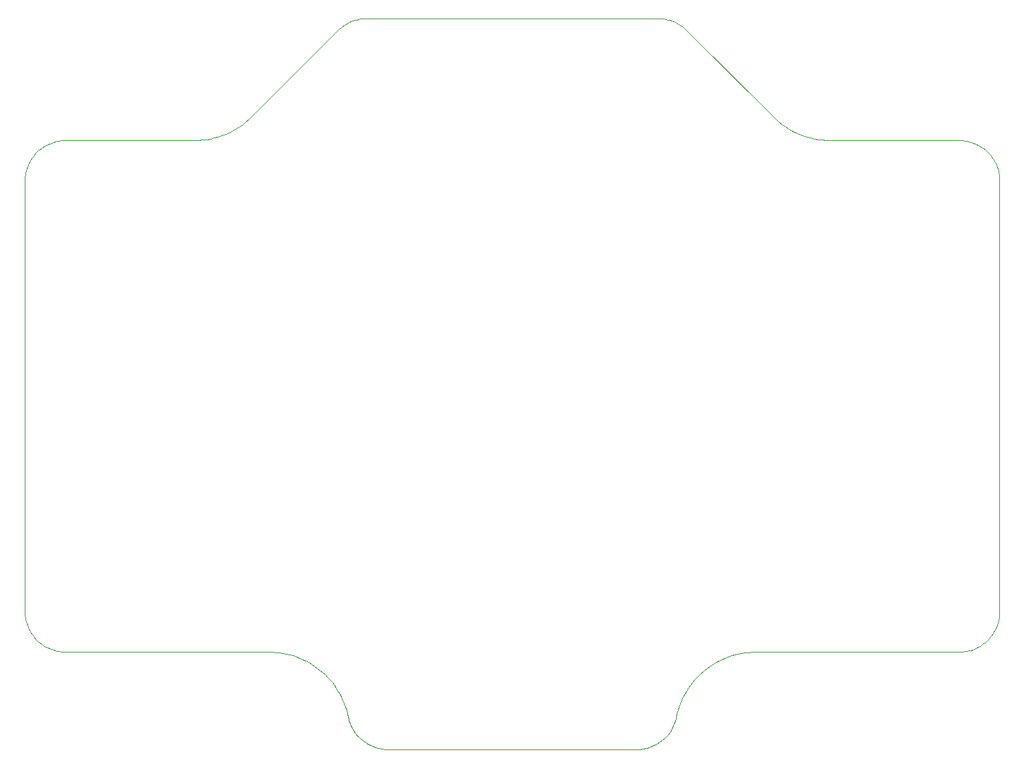
<source format=gbr>
%TF.GenerationSoftware,KiCad,Pcbnew,7.0.5*%
%TF.CreationDate,2024-08-20T20:41:47+02:00*%
%TF.ProjectId,game,67616d65-2e6b-4696-9361-645f70636258,rev?*%
%TF.SameCoordinates,Original*%
%TF.FileFunction,Profile,NP*%
%FSLAX46Y46*%
G04 Gerber Fmt 4.6, Leading zero omitted, Abs format (unit mm)*
G04 Created by KiCad (PCBNEW 7.0.5) date 2024-08-20 20:41:47*
%MOMM*%
%LPD*%
G01*
G04 APERTURE LIST*
%TA.AperFunction,Profile*%
%ADD10C,0.100000*%
%TD*%
G04 APERTURE END LIST*
D10*
X105299596Y-129519479D02*
X104937794Y-129303638D01*
X186454179Y-127783884D02*
X186685871Y-127707226D01*
X108948050Y-133532820D02*
X108748807Y-133154167D01*
X186685871Y-127707226D02*
X186913421Y-127619409D01*
X150152926Y-136216313D02*
X150202045Y-136000020D01*
X71298920Y-66638118D02*
X71141767Y-66819540D01*
X148667285Y-50054848D02*
X148423125Y-50024520D01*
X185738352Y-127945213D02*
X185980010Y-127903048D01*
X73280827Y-127696601D02*
X73513147Y-127775210D01*
X109298996Y-134319512D02*
X109131598Y-133921393D01*
X147202228Y-139625835D02*
X147396417Y-139541166D01*
X148176872Y-50006198D02*
X147928936Y-50000053D01*
X114475199Y-139995134D02*
X114696945Y-140000001D01*
X189410972Y-125354461D02*
X189520596Y-125136424D01*
X97195444Y-62735411D02*
X97569608Y-62413067D01*
X70392930Y-124946231D02*
X70493059Y-125167711D01*
X73053769Y-127607074D02*
X73280827Y-127696601D01*
X91353741Y-64987731D02*
X91846245Y-64951093D01*
X70157422Y-124249589D02*
X70224798Y-124486856D01*
X111332719Y-50054832D02*
X111091061Y-50097001D01*
X160000004Y-128000008D02*
X159556509Y-128009743D01*
X70493063Y-67832294D02*
X70392933Y-68053775D01*
X70853931Y-67204455D02*
X70723876Y-67407320D01*
X72008430Y-65993331D02*
X71819546Y-66141764D01*
X189942391Y-69238549D02*
X189898420Y-68992325D01*
X109797966Y-136000020D02*
X109847085Y-136216312D01*
X70723869Y-125592683D02*
X70853923Y-125795548D01*
X70157419Y-68750421D02*
X70101587Y-68992325D01*
X73280841Y-65303412D02*
X73053784Y-65392937D01*
X110385201Y-50292832D02*
X110157651Y-50380652D01*
X74488772Y-127974190D02*
X74742693Y-127993500D01*
X148779534Y-138593732D02*
X149069627Y-138288672D01*
X187991591Y-65993331D02*
X187795560Y-65853931D01*
X72407314Y-127276131D02*
X72616699Y-127396525D01*
X162804563Y-62735390D02*
X163192750Y-63037799D01*
X185511239Y-65025830D02*
X185257318Y-65006521D01*
X94229600Y-64414477D02*
X94684700Y-64238845D01*
X151694946Y-132428090D02*
X151465681Y-132785789D01*
X109716616Y-50589085D02*
X109503950Y-50709360D01*
X105651627Y-129750076D02*
X105299596Y-129519479D01*
X109699728Y-135567433D02*
X109583516Y-135142904D01*
X149842355Y-50380652D02*
X149614805Y-50292835D01*
X90857811Y-64998817D02*
X75000015Y-64998817D01*
X73513162Y-65224804D02*
X73280841Y-65303412D01*
X101317129Y-128086523D02*
X100882693Y-128038716D01*
X70303406Y-68280832D02*
X70224796Y-68513153D01*
X150300283Y-135567416D02*
X150202045Y-136000003D01*
X188858251Y-66819540D02*
X188701100Y-66638118D01*
X70224798Y-124486856D02*
X70303405Y-124719175D01*
X74742693Y-127993500D02*
X74999992Y-128000008D01*
X96807258Y-63037815D02*
X97195444Y-62735411D01*
X69999916Y-69999451D02*
X69999916Y-123000782D01*
X167665444Y-64890456D02*
X168153765Y-64951113D01*
X186218756Y-127849215D02*
X186454179Y-127783884D01*
X106644544Y-130526688D02*
X106324557Y-130254053D01*
X71298909Y-126361885D02*
X71464465Y-126535532D01*
X187974701Y-127018892D02*
X188168794Y-126867691D01*
X72616713Y-65603484D02*
X72407328Y-65723877D01*
X151097726Y-51132362D02*
X150903633Y-50981162D01*
X108305060Y-132428107D02*
X108061468Y-132081444D01*
X189783879Y-124454183D02*
X189849210Y-124218759D01*
X70993333Y-67008424D02*
X70853931Y-67204455D01*
X149952561Y-136840273D02*
X150027957Y-136636626D01*
X111823132Y-50006173D02*
X111576880Y-50024499D01*
X169142194Y-64998817D02*
X184999995Y-64998817D01*
X112797787Y-139625825D02*
X112995949Y-139702371D01*
X109096373Y-50981178D02*
X108902280Y-51132382D01*
X189018884Y-125974707D02*
X189159946Y-125774013D01*
X70006507Y-69742700D02*
X70000000Y-70000000D01*
X150283390Y-50589079D02*
X150065353Y-50479456D01*
X73750431Y-65157427D02*
X73513162Y-65224804D01*
X112047152Y-139240275D02*
X112228053Y-139348195D01*
X189396533Y-67616704D02*
X189276139Y-67407320D01*
X150868410Y-133921376D02*
X150701013Y-134319496D01*
X110930388Y-138288660D02*
X111072308Y-138444321D01*
X189975538Y-123494194D02*
X189993860Y-123247941D01*
X108715199Y-51293556D02*
X108535537Y-51464531D01*
X108748807Y-133154167D02*
X108534325Y-132785805D01*
X146802158Y-139770617D02*
X147004066Y-139702380D01*
X185980010Y-127903048D02*
X186218756Y-127849215D01*
X189006685Y-67008424D02*
X188858251Y-66819540D01*
X109972055Y-136636622D02*
X110047451Y-136840268D01*
X95566770Y-63821989D02*
X95992102Y-63581443D01*
X151251200Y-133154151D02*
X151051957Y-133532804D01*
X102587337Y-128339324D02*
X102169906Y-128237199D01*
X102169906Y-128237199D02*
X101746352Y-128152808D01*
X92817880Y-64806113D02*
X93295370Y-64698450D01*
X104566679Y-129102926D02*
X104186704Y-128917715D01*
X151938538Y-132081428D02*
X151694946Y-132428090D01*
X109934652Y-50479459D02*
X109716616Y-50589085D01*
X189993860Y-123247941D02*
X190000005Y-123000006D01*
X156598003Y-128595269D02*
X156201679Y-128748361D01*
X72832303Y-65493066D02*
X72616713Y-65603484D01*
X189696605Y-68280832D02*
X189607080Y-68053775D01*
X162071073Y-62071091D02*
X162430398Y-62413041D01*
X109583516Y-135142904D02*
X109449787Y-134726807D01*
X149677468Y-137422946D02*
X149777089Y-137233619D01*
X150701013Y-134319496D02*
X150550222Y-134726791D01*
X152196002Y-131746172D02*
X151938538Y-132081428D01*
X149868863Y-137039333D02*
X149952561Y-136840273D01*
X150065353Y-50479456D02*
X149842355Y-50380652D01*
X149614805Y-50292835D02*
X149383113Y-50216177D01*
X91846245Y-64951093D02*
X92334565Y-64890440D01*
X185257318Y-65006521D02*
X185000019Y-65000015D01*
X109503950Y-50709360D02*
X109297066Y-50840114D01*
X108534325Y-132785805D02*
X108305060Y-132428107D01*
X147396417Y-139541166D02*
X147586404Y-139448562D01*
X151051957Y-133532804D02*
X150868410Y-133921376D01*
X155433327Y-129102910D02*
X155062211Y-129303622D01*
X73992319Y-127898420D02*
X74238542Y-127942392D01*
X145961628Y-139956756D02*
X146176239Y-139923614D01*
X164869312Y-64041233D02*
X165315309Y-64238845D01*
X187167721Y-65493066D02*
X186946240Y-65392937D01*
X186007692Y-65101597D02*
X185761468Y-65057626D01*
X71141767Y-66819540D02*
X70993333Y-67008424D01*
X111576880Y-50024499D02*
X111332719Y-50054832D01*
X167182129Y-64806125D02*
X167665444Y-64890456D01*
X188535539Y-126535546D02*
X188706511Y-126355884D01*
X186946240Y-65392937D02*
X186719183Y-65303412D01*
X148128879Y-139124988D02*
X148465344Y-138873001D01*
X96405871Y-63319939D02*
X96807258Y-63037815D01*
X189607080Y-68053775D02*
X189506951Y-67832294D01*
X149205067Y-138126934D02*
X149333799Y-137959307D01*
X111374678Y-138736672D02*
X111534672Y-138872989D01*
X168153765Y-64951113D02*
X168646270Y-64987756D01*
X146596733Y-139830359D02*
X146802158Y-139770617D01*
X145303066Y-140000001D02*
X145524813Y-139995135D01*
X189146085Y-67204455D02*
X189006685Y-67008424D01*
X158253657Y-128152792D02*
X157830101Y-128237183D01*
X93295370Y-64698450D02*
X93766217Y-64567792D01*
X108535545Y-51465378D02*
X97929062Y-62069862D01*
X147928940Y-49999603D02*
X112071068Y-49999603D01*
X146388017Y-139881420D02*
X146596733Y-139830359D01*
X110131150Y-137039327D02*
X110222924Y-137233612D01*
X149570227Y-137607126D02*
X149677468Y-137422946D01*
X110322545Y-137422937D02*
X110429786Y-137607117D01*
X150027957Y-136636626D02*
X150094821Y-136428577D01*
X110157651Y-50380652D02*
X109934652Y-50479459D01*
X103402003Y-128595285D02*
X102998188Y-128458809D01*
X163192750Y-63037799D02*
X163594137Y-63319926D01*
X73992334Y-65101597D02*
X73750431Y-65157427D01*
X153047068Y-130812574D02*
X152466882Y-131422697D01*
X75000007Y-65000015D02*
X74742708Y-65006521D01*
X110794948Y-138126923D02*
X110930388Y-138288660D01*
X113197856Y-139770609D02*
X113403281Y-139830351D01*
X152466882Y-131422697D02*
X152196002Y-131746172D01*
X150903633Y-50981162D02*
X150702940Y-50840102D01*
X157001819Y-128458793D02*
X156598003Y-128595269D01*
X110616892Y-50216171D02*
X110385201Y-50292832D01*
X70853923Y-125795548D02*
X70993324Y-125991579D01*
X147771962Y-139348206D02*
X148128879Y-139124988D01*
X107533123Y-131422713D02*
X107249283Y-131111390D01*
X75000015Y-128000089D02*
X99999954Y-128000089D01*
X94684700Y-64238845D02*
X95130696Y-64041236D01*
X147004066Y-139702380D02*
X147202228Y-139625835D01*
X70101587Y-68992325D02*
X70057615Y-69238549D01*
X148423125Y-50024520D02*
X148176872Y-50006198D01*
X70224796Y-68513153D02*
X70157419Y-68750421D01*
X70025827Y-123511239D02*
X70057622Y-123761466D01*
X73513147Y-127775210D02*
X73750416Y-127842588D01*
X72204449Y-127146076D02*
X72407314Y-127276131D01*
X70057622Y-123761466D02*
X70101592Y-124007687D01*
X111091061Y-50097001D02*
X110852316Y-50150838D01*
X72008417Y-127006674D02*
X72204449Y-127146076D01*
X70025817Y-69488778D02*
X70006507Y-69742700D01*
X149333799Y-137959307D02*
X149455595Y-137785976D01*
X100882693Y-128038716D02*
X100443501Y-128009759D01*
X111534672Y-138872989D02*
X111700234Y-139002486D01*
X72407328Y-65723877D02*
X72204463Y-65853931D01*
X150416493Y-135142888D02*
X150300283Y-135567416D01*
X104186704Y-128917715D02*
X103798327Y-128748377D01*
X166704638Y-64698459D02*
X167182129Y-64806125D01*
X165770408Y-64414480D02*
X166233791Y-64567798D01*
X164007907Y-63581434D02*
X164433238Y-63821983D01*
X156201679Y-128748361D02*
X155813302Y-128917699D01*
X112603598Y-139541156D02*
X112797787Y-139625825D01*
X165315309Y-64238845D02*
X165770408Y-64414480D01*
X110666215Y-137959296D02*
X110794948Y-138126923D01*
X108061468Y-132081444D02*
X107804004Y-131746189D01*
X151464470Y-51464500D02*
X151284808Y-51293531D01*
X97569608Y-62413067D02*
X97928932Y-62071121D01*
X72616699Y-127396525D02*
X72832288Y-127506944D01*
X113611997Y-139881414D02*
X113823774Y-139923609D01*
X70493059Y-125167711D02*
X70603476Y-125383300D01*
X155813302Y-128917699D02*
X155433327Y-129102910D01*
X109905191Y-136428574D02*
X109972055Y-136636622D01*
X111072308Y-138444321D02*
X111220481Y-138593721D01*
X188706511Y-126355884D02*
X188867682Y-126168801D01*
X107249283Y-131111390D02*
X106952938Y-130812591D01*
X189974187Y-69488778D02*
X189942391Y-69238549D01*
X153675448Y-130254036D02*
X153047068Y-130812574D01*
X157830101Y-128237183D02*
X157412670Y-128339307D01*
X109297066Y-50840114D02*
X109096373Y-50981178D01*
X168646270Y-64987756D02*
X169142141Y-65000046D01*
X186486863Y-65224804D02*
X186249595Y-65157427D01*
X189945209Y-123738355D02*
X189975538Y-123494194D01*
X90857872Y-65000015D02*
X91353741Y-64987731D01*
X158682880Y-128086507D02*
X158253657Y-128152792D01*
X187774008Y-127159954D02*
X187974701Y-127018892D01*
X189898420Y-68992325D02*
X189842590Y-68750421D01*
X151284808Y-51293531D02*
X151097726Y-51132362D01*
X189842590Y-68750421D02*
X189775213Y-68513153D01*
X189903043Y-123980013D02*
X189945209Y-123738355D01*
X188361897Y-66298916D02*
X188180475Y-66141764D01*
X146176239Y-139923614D02*
X146388017Y-139881420D01*
X95130696Y-64041236D02*
X95566770Y-63821989D01*
X102998188Y-128458809D02*
X102587337Y-128339324D01*
X109797966Y-136000020D02*
X109699728Y-135567433D01*
X71819533Y-126858240D02*
X72008417Y-127006674D01*
X103798327Y-128748377D02*
X103402003Y-128595285D01*
X109449787Y-134726807D02*
X109298996Y-134319512D01*
X71819546Y-66141764D02*
X71638123Y-66298916D01*
X71638123Y-66298916D02*
X71464476Y-66464472D01*
X186719183Y-65303412D02*
X186486863Y-65224804D01*
X111871137Y-139124976D02*
X112047152Y-139240275D01*
X151465681Y-132785789D02*
X151251200Y-133154151D01*
X70057615Y-69238549D02*
X70025817Y-69488778D01*
X154348378Y-129750060D02*
X153675448Y-130254036D01*
X155062211Y-129303622D02*
X154348378Y-129750060D01*
X189159946Y-125774013D02*
X189290698Y-125567127D01*
X112995949Y-139702371D02*
X113197856Y-139770609D01*
X159556509Y-128009743D02*
X159117316Y-128038700D01*
X188180475Y-66141764D02*
X187991591Y-65993331D01*
X159117316Y-128038700D02*
X158682880Y-128086507D01*
X105993433Y-129995058D02*
X105651627Y-129750076D01*
X70392933Y-68053775D02*
X70303406Y-68280832D01*
X71141757Y-126180463D02*
X71298909Y-126361885D01*
X110544419Y-137785966D02*
X110666215Y-137959296D01*
X186249595Y-65157427D02*
X186007692Y-65101597D01*
X70723876Y-67407320D02*
X70603482Y-67616704D01*
X157412670Y-128339307D02*
X157001819Y-128458793D01*
X73750416Y-127842588D02*
X73992319Y-127898420D01*
X149455595Y-137785976D02*
X149570227Y-137607126D01*
X108902280Y-51132382D02*
X108715199Y-51293556D01*
X189619402Y-124913425D02*
X189707219Y-124685875D01*
X166233791Y-64567798D02*
X166704638Y-64698459D01*
X185000003Y-128000008D02*
X185247939Y-127993863D01*
X145744410Y-139980658D02*
X145961628Y-139956756D01*
X114255603Y-139980655D02*
X114475199Y-139995134D01*
X184999995Y-128000089D02*
X160000047Y-128000089D01*
X70000015Y-123000023D02*
X70006520Y-123257320D01*
X185247939Y-127993863D02*
X185494192Y-127975541D01*
X109847085Y-136216312D02*
X109905191Y-136428574D01*
X163594137Y-63319926D02*
X164007907Y-63581434D01*
X185494192Y-127975541D02*
X185738352Y-127945213D01*
X113823774Y-139923609D02*
X114038385Y-139956751D01*
X187592695Y-65723877D02*
X187383310Y-65603484D01*
X188701100Y-66638118D02*
X188535543Y-66464472D01*
X112228053Y-139348195D02*
X112413611Y-139448551D01*
X162070942Y-62069893D02*
X151464454Y-51465408D01*
X71464476Y-66464472D02*
X71298920Y-66638118D01*
X111220481Y-138593721D02*
X111374678Y-138736672D01*
X110852316Y-50150838D02*
X110616892Y-50216171D01*
X95992102Y-63581443D02*
X96405871Y-63319939D01*
X70603476Y-125383300D02*
X70723869Y-125592683D01*
X150550222Y-134726791D02*
X150416493Y-135142888D01*
X188535543Y-66464472D02*
X188361897Y-66298916D01*
X187383310Y-65603484D02*
X187167721Y-65493066D01*
X107804004Y-131746189D02*
X107533123Y-131422713D01*
X111700234Y-139002486D02*
X111871137Y-139124976D01*
X189290698Y-125567127D02*
X189410972Y-125354461D01*
X92334565Y-64890440D02*
X92817880Y-64806113D01*
X106324557Y-130254053D02*
X105993433Y-129995058D01*
X70603482Y-67616704D02*
X70493063Y-67832294D01*
X188867682Y-126168801D02*
X189018884Y-125974707D01*
X188355877Y-126706519D02*
X188535539Y-126535546D01*
X187354457Y-127410980D02*
X187567123Y-127290707D01*
X109131598Y-133921393D02*
X108948050Y-133532820D01*
X149147689Y-50150847D02*
X148908944Y-50097014D01*
X110047451Y-136840268D02*
X110131150Y-137039327D01*
X189849210Y-124218759D02*
X189903043Y-123980013D01*
X104937794Y-129303638D02*
X104566679Y-129102926D01*
X70993324Y-125991579D02*
X71141757Y-126180463D01*
X187136420Y-127520604D02*
X187354457Y-127410980D01*
X150094821Y-136428577D02*
X150152926Y-136216313D01*
X164433238Y-63821983D02*
X164869312Y-64041233D01*
X114038385Y-139956751D02*
X114255603Y-139980655D01*
X74488787Y-65025830D02*
X74238557Y-65057626D01*
X113403281Y-139830351D02*
X113611997Y-139881414D01*
X73053784Y-65392937D02*
X72832303Y-65493066D01*
X147586404Y-139448562D02*
X147771962Y-139348206D01*
X74742708Y-65006521D02*
X74488787Y-65025830D01*
X72204463Y-65853931D02*
X72008430Y-65993331D01*
X110222924Y-137233612D02*
X110322545Y-137422937D01*
X149069627Y-138288672D02*
X149205067Y-138126934D01*
X70101592Y-124007687D02*
X70157422Y-124249589D01*
X189707219Y-124685875D02*
X189783879Y-124454183D01*
X148908944Y-50097014D02*
X148667285Y-50054848D01*
X149383113Y-50216177D02*
X149147689Y-50150847D01*
X149777089Y-137233619D02*
X149868863Y-137039333D01*
X74238542Y-127942392D02*
X74488772Y-127974190D01*
X106952938Y-130812591D02*
X106644544Y-130526688D01*
X71464465Y-126535532D02*
X71638111Y-126701088D01*
X190000000Y-70000000D02*
X189993495Y-69742700D01*
X70006520Y-123257320D02*
X70025827Y-123511239D01*
X189506951Y-67832294D02*
X189396533Y-67616704D01*
X162430398Y-62413041D02*
X162804563Y-62735390D01*
X189775213Y-68513153D02*
X189696605Y-68280832D01*
X145524813Y-139995135D02*
X145744410Y-139980658D01*
X112413611Y-139448551D02*
X112603598Y-139541156D01*
X189520596Y-125136424D02*
X189619402Y-124913425D01*
X112071068Y-50000023D02*
X111823132Y-50006173D01*
X70303405Y-124719175D02*
X70392930Y-124946231D01*
X93766217Y-64567792D02*
X94229600Y-64414477D01*
X189993495Y-69742700D02*
X189974187Y-69488778D01*
X185761468Y-65057626D02*
X185511239Y-65025830D01*
X150496055Y-50709351D02*
X150283390Y-50589079D01*
X150702940Y-50840102D02*
X150496055Y-50709351D01*
X188168794Y-126867691D02*
X188355877Y-126706519D01*
X190000093Y-69999451D02*
X190000093Y-123000782D01*
X187795560Y-65853931D02*
X187592695Y-65723877D01*
X100443501Y-128009759D02*
X100000007Y-128000024D01*
X110429786Y-137607117D02*
X110544419Y-137785966D01*
X74238557Y-65057626D02*
X73992334Y-65101597D01*
X101746352Y-128152808D02*
X101317129Y-128086523D01*
X189276139Y-67407320D02*
X189146085Y-67204455D01*
X145303055Y-140000001D02*
X114696960Y-140000001D01*
X187567123Y-127290707D02*
X187774008Y-127159954D01*
X186913421Y-127619409D02*
X187136420Y-127520604D01*
X72832288Y-127506944D02*
X73053769Y-127607074D01*
X71638111Y-126701088D02*
X71819533Y-126858240D01*
X148465344Y-138873001D02*
X148779534Y-138593732D01*
M02*

</source>
